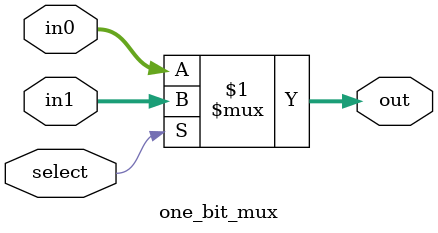
<source format=v>

module one_bit_mux (in1, in0, out, select);
	parameter N = 32;
	input [N-1:0] in1, in0;
	input select;
	output [N-1:0] out;
	assign	out = select?in1:in0;
	
endmodule
</source>
